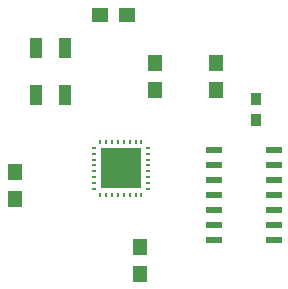
<source format=gbr>
%FSLAX23Y23*%
%MOIN*%
G04 EasyPC Gerber Version 17.0 Build 3379 *
%ADD101R,0.00781X0.01569*%
%ADD94R,0.03537X0.03891*%
%ADD104R,0.04324X0.06687*%
%ADD92R,0.05100X0.05600*%
%ADD103R,0.13380X0.13380*%
%ADD102R,0.01569X0.00781*%
%ADD100R,0.05387X0.02159*%
%ADD90R,0.05600X0.05100*%
X0Y0D02*
D02*
D90*
X1012Y1620D03*
X1102D03*
D02*
D92*
X728Y1006D03*
Y1096D03*
X1147Y756D03*
Y846D03*
X1197Y1368D03*
Y1458D03*
X1401Y1368D03*
Y1458D03*
D02*
D94*
X1533Y1270D03*
Y1340D03*
D02*
D100*
X1394Y867D03*
Y917D03*
Y967D03*
Y1017D03*
Y1067D03*
Y1117D03*
Y1167D03*
X1592Y867D03*
Y917D03*
Y967D03*
Y1017D03*
Y1067D03*
Y1117D03*
Y1167D03*
D02*
D101*
X1014Y1017D03*
Y1196D03*
X1033Y1017D03*
Y1196D03*
X1053Y1017D03*
Y1196D03*
X1073Y1017D03*
Y1196D03*
X1092Y1017D03*
Y1196D03*
X1112Y1017D03*
Y1196D03*
X1132Y1017D03*
Y1196D03*
X1151Y1017D03*
Y1196D03*
D02*
D102*
X993Y1038D03*
Y1058D03*
Y1077D03*
Y1097D03*
Y1117D03*
Y1136D03*
Y1156D03*
Y1176D03*
X1172Y1038D03*
Y1058D03*
Y1077D03*
Y1097D03*
Y1117D03*
Y1136D03*
Y1156D03*
Y1176D03*
D02*
D103*
X1082Y1107D03*
D02*
D104*
X800Y1353D03*
Y1510D03*
X895Y1353D03*
Y1510D03*
X0Y0D02*
M02*

</source>
